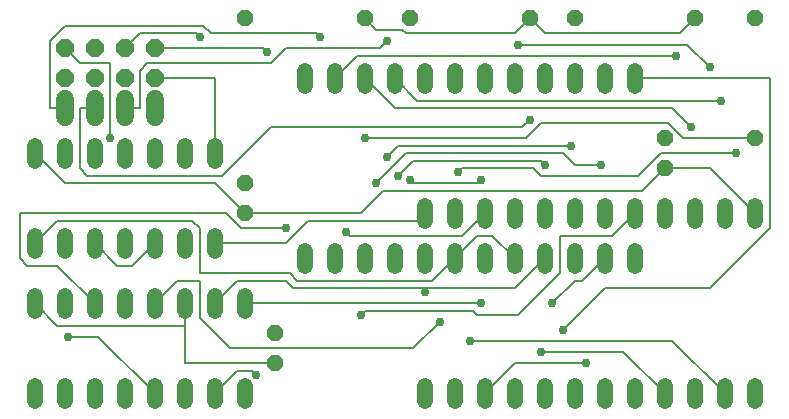
<source format=gbr>
G04 EAGLE Gerber RS-274X export*
G75*
%MOMM*%
%FSLAX34Y34*%
%LPD*%
%INBottom Copper*%
%IPPOS*%
%AMOC8*
5,1,8,0,0,1.08239X$1,22.5*%
G01*
%ADD10C,1.320800*%
%ADD11P,1.649562X8X202.500000*%
%ADD12C,1.524000*%
%ADD13P,1.429621X8X202.500000*%
%ADD14P,1.429621X8X292.500000*%
%ADD15C,0.152400*%
%ADD16C,0.756400*%


D10*
X533400Y298704D02*
X533400Y285496D01*
X508000Y285496D02*
X508000Y298704D01*
X381000Y298704D02*
X381000Y285496D01*
X355600Y285496D02*
X355600Y298704D01*
X482600Y298704D02*
X482600Y285496D01*
X457200Y285496D02*
X457200Y298704D01*
X406400Y298704D02*
X406400Y285496D01*
X431800Y285496D02*
X431800Y298704D01*
X330200Y298704D02*
X330200Y285496D01*
X304800Y285496D02*
X304800Y298704D01*
X279400Y298704D02*
X279400Y285496D01*
X254000Y285496D02*
X254000Y298704D01*
X254000Y146304D02*
X254000Y133096D01*
X279400Y133096D02*
X279400Y146304D01*
X304800Y146304D02*
X304800Y133096D01*
X330200Y133096D02*
X330200Y146304D01*
X355600Y146304D02*
X355600Y133096D01*
X381000Y133096D02*
X381000Y146304D01*
X406400Y146304D02*
X406400Y133096D01*
X431800Y133096D02*
X431800Y146304D01*
X457200Y146304D02*
X457200Y133096D01*
X482600Y133096D02*
X482600Y146304D01*
X508000Y146304D02*
X508000Y133096D01*
X533400Y133096D02*
X533400Y146304D01*
X635000Y171196D02*
X635000Y184404D01*
X609600Y184404D02*
X609600Y171196D01*
X584200Y171196D02*
X584200Y184404D01*
X558800Y184404D02*
X558800Y171196D01*
X533400Y171196D02*
X533400Y184404D01*
X508000Y184404D02*
X508000Y171196D01*
X482600Y171196D02*
X482600Y184404D01*
X457200Y184404D02*
X457200Y171196D01*
X431800Y171196D02*
X431800Y184404D01*
X406400Y184404D02*
X406400Y171196D01*
X381000Y171196D02*
X381000Y184404D01*
X355600Y184404D02*
X355600Y171196D01*
X355600Y32004D02*
X355600Y18796D01*
X381000Y18796D02*
X381000Y32004D01*
X406400Y32004D02*
X406400Y18796D01*
X431800Y18796D02*
X431800Y32004D01*
X457200Y32004D02*
X457200Y18796D01*
X482600Y18796D02*
X482600Y32004D01*
X508000Y32004D02*
X508000Y18796D01*
X533400Y18796D02*
X533400Y32004D01*
X558800Y32004D02*
X558800Y18796D01*
X584200Y18796D02*
X584200Y32004D01*
X609600Y32004D02*
X609600Y18796D01*
X635000Y18796D02*
X635000Y32004D01*
X203200Y94996D02*
X203200Y108204D01*
X177800Y108204D02*
X177800Y94996D01*
X50800Y94996D02*
X50800Y108204D01*
X25400Y108204D02*
X25400Y94996D01*
X152400Y94996D02*
X152400Y108204D01*
X127000Y108204D02*
X127000Y94996D01*
X76200Y94996D02*
X76200Y108204D01*
X101600Y108204D02*
X101600Y94996D01*
X25400Y32004D02*
X25400Y18796D01*
X50800Y18796D02*
X50800Y32004D01*
X76200Y32004D02*
X76200Y18796D01*
X101600Y18796D02*
X101600Y32004D01*
X127000Y32004D02*
X127000Y18796D01*
X152400Y18796D02*
X152400Y32004D01*
X177800Y32004D02*
X177800Y18796D01*
X203200Y18796D02*
X203200Y32004D01*
X177800Y221996D02*
X177800Y235204D01*
X152400Y235204D02*
X152400Y221996D01*
X25400Y221996D02*
X25400Y235204D01*
X25400Y159004D02*
X25400Y145796D01*
X127000Y221996D02*
X127000Y235204D01*
X101600Y235204D02*
X101600Y221996D01*
X50800Y221996D02*
X50800Y235204D01*
X76200Y235204D02*
X76200Y221996D01*
X50800Y159004D02*
X50800Y145796D01*
X76200Y145796D02*
X76200Y159004D01*
X101600Y159004D02*
X101600Y145796D01*
X127000Y145796D02*
X127000Y159004D01*
X152400Y159004D02*
X152400Y145796D01*
X177800Y145796D02*
X177800Y159004D01*
D11*
X127000Y317500D03*
X127000Y292100D03*
X101600Y317500D03*
X101600Y292100D03*
X76200Y317500D03*
X76200Y292100D03*
X50800Y317500D03*
X50800Y292100D03*
D12*
X127000Y274320D02*
X127000Y259080D01*
X101600Y259080D02*
X101600Y274320D01*
X76200Y274320D02*
X76200Y259080D01*
X50800Y259080D02*
X50800Y274320D01*
D13*
X304800Y342900D03*
X203200Y342900D03*
X444500Y342900D03*
X342900Y342900D03*
X584200Y342900D03*
X482600Y342900D03*
D14*
X635000Y342900D03*
X635000Y241300D03*
X228600Y76200D03*
X228600Y50800D03*
X203200Y203200D03*
X203200Y177800D03*
X558800Y241300D03*
X558800Y215900D03*
D15*
X152400Y82550D02*
X152400Y50800D01*
X152400Y82550D02*
X152400Y101600D01*
X152400Y50800D02*
X228600Y50800D01*
X596900Y215900D02*
X635000Y177800D01*
X596900Y215900D02*
X558800Y215900D01*
X203200Y177800D02*
X177800Y203200D01*
X50800Y203200D01*
X25400Y228600D01*
X539750Y196850D02*
X558800Y215900D01*
X539750Y196850D02*
X320675Y196850D01*
X301625Y177800D01*
X203200Y177800D01*
X152400Y82550D02*
X44450Y82550D01*
X25400Y101600D01*
X349250Y171450D02*
X355600Y177800D01*
X349250Y171450D02*
X257175Y171450D01*
X238125Y152400D01*
X177800Y152400D01*
X314325Y333375D02*
X304800Y342900D01*
X314325Y333375D02*
X336550Y333375D01*
X339725Y330200D01*
X431800Y330200D01*
X444500Y342900D01*
X457200Y330200D01*
X571500Y330200D01*
X584200Y342900D01*
X349250Y273050D02*
X330200Y292100D01*
X349250Y273050D02*
X606425Y273050D01*
D16*
X606425Y273050D03*
D15*
X330200Y266700D02*
X304800Y292100D01*
X330200Y266700D02*
X565150Y266700D01*
X581025Y250825D01*
D16*
X581025Y250825D03*
D15*
X298450Y311150D02*
X279400Y292100D01*
X298450Y311150D02*
X568325Y311150D01*
D16*
X568325Y311150D03*
D15*
X304800Y95250D02*
X301625Y92075D01*
X304800Y95250D02*
X396875Y95250D01*
X400050Y92075D01*
X434975Y92075D01*
X469900Y127000D01*
X469900Y158750D01*
X514350Y158750D01*
X533400Y177800D01*
D16*
X301625Y92075D03*
D15*
X314325Y203200D02*
X339725Y228600D01*
X473075Y228600D01*
X482600Y219075D01*
X504825Y219075D01*
D16*
X314325Y203200D03*
X504825Y219075D03*
D15*
X333375Y234950D02*
X323850Y225425D01*
X333375Y234950D02*
X479425Y234950D01*
D16*
X323850Y225425D03*
X479425Y234950D03*
D15*
X346075Y222250D02*
X333375Y209550D01*
X346075Y222250D02*
X454025Y222250D01*
X457200Y219075D01*
D16*
X333375Y209550D03*
X457200Y219075D03*
D15*
X346075Y203200D02*
X342900Y206375D01*
X346075Y203200D02*
X400050Y203200D01*
X403225Y206375D01*
D16*
X342900Y206375D03*
X403225Y206375D03*
D15*
X387350Y215900D02*
X384175Y212725D01*
X387350Y215900D02*
X447675Y215900D01*
X454025Y209550D01*
X536575Y209550D01*
X555625Y228600D01*
X619125Y228600D01*
D16*
X384175Y212725D03*
X619125Y228600D03*
D15*
X565150Y69850D02*
X609600Y25400D01*
X565150Y69850D02*
X393700Y69850D01*
D16*
X393700Y69850D03*
D15*
X596900Y301625D02*
X577850Y320675D01*
X434975Y320675D01*
D16*
X596900Y301625D03*
X434975Y320675D03*
D15*
X523875Y60325D02*
X558800Y25400D01*
X523875Y60325D02*
X454025Y60325D01*
D16*
X454025Y60325D03*
D15*
X463550Y101600D02*
X482600Y120650D01*
X488950Y120650D01*
X508000Y139700D01*
D16*
X463550Y101600D03*
D15*
X431800Y50800D02*
X406400Y25400D01*
X431800Y50800D02*
X492125Y50800D01*
D16*
X492125Y50800D03*
D15*
X403225Y101600D02*
X203200Y101600D01*
D16*
X403225Y101600D03*
D15*
X196850Y120650D02*
X177800Y101600D01*
X196850Y120650D02*
X238125Y120650D01*
X244475Y114300D01*
X355600Y114300D02*
X431800Y114300D01*
X355600Y114300D02*
X244475Y114300D01*
X431800Y114300D02*
X457200Y139700D01*
X355600Y114300D02*
X355600Y111125D01*
D16*
X355600Y111125D03*
D15*
X473075Y79375D02*
X508000Y114300D01*
X596900Y114300D01*
X647700Y165100D01*
X647700Y292100D01*
X533400Y292100D01*
D16*
X473075Y79375D03*
D15*
X76200Y101600D02*
X44450Y133350D01*
X19050Y133350D01*
X12700Y139700D01*
X12700Y177800D01*
X187325Y177800D01*
X200025Y165100D01*
X238125Y165100D01*
X288925Y161925D02*
X292100Y158750D01*
X387350Y158750D01*
X406400Y177800D01*
D16*
X238125Y165100D03*
X288925Y161925D03*
D15*
X368300Y85725D02*
X346075Y63500D01*
X190500Y63500D01*
X165100Y88900D01*
X165100Y120650D01*
X146050Y120650D01*
X127000Y101600D01*
D16*
X368300Y85725D03*
D15*
X381000Y139700D02*
X400050Y158750D01*
X412750Y158750D01*
X431800Y139700D01*
X44450Y171450D02*
X25400Y152400D01*
X44450Y171450D02*
X158750Y171450D01*
X165100Y165100D01*
X165100Y127000D01*
X241300Y127000D01*
X247650Y120650D01*
X361950Y120650D01*
X381000Y139700D01*
X127000Y152400D02*
X107950Y133350D01*
X95250Y133350D01*
X76200Y152400D01*
X196850Y44450D02*
X177800Y25400D01*
X196850Y44450D02*
X209550Y44450D01*
X212725Y41275D01*
X222250Y314325D02*
X219075Y317500D01*
X127000Y317500D01*
D16*
X212725Y41275D03*
X222250Y314325D03*
D15*
X165100Y327025D02*
X161925Y330200D01*
X114300Y330200D01*
X101600Y317500D01*
D16*
X165100Y327025D03*
D15*
X79375Y73025D02*
X127000Y25400D01*
X79375Y73025D02*
X53975Y73025D01*
D16*
X53975Y73025D03*
D15*
X88900Y241300D02*
X88900Y304800D01*
X63500Y304800D01*
X50800Y317500D01*
D16*
X88900Y241300D03*
D15*
X177800Y228600D02*
X177800Y292100D01*
X127000Y292100D01*
X317500Y317500D02*
X323850Y323850D01*
X317500Y317500D02*
X238125Y317500D01*
X225425Y304800D01*
X120650Y304800D01*
X114300Y298450D01*
X114300Y266700D01*
X101600Y266700D01*
D16*
X323850Y323850D03*
D15*
X438150Y250825D02*
X444500Y257175D01*
X438150Y250825D02*
X225425Y250825D01*
X184150Y209550D01*
X69850Y209550D01*
X63500Y215900D01*
X63500Y266700D01*
X76200Y266700D01*
D16*
X444500Y257175D03*
D15*
X574675Y241300D02*
X635000Y241300D01*
X574675Y241300D02*
X561975Y254000D01*
X454025Y254000D01*
X441325Y241300D01*
X304800Y241300D01*
X266700Y327025D02*
X263525Y330200D01*
X174625Y330200D01*
X168275Y336550D01*
X50800Y336550D01*
X38100Y323850D01*
X38100Y266700D01*
X50800Y266700D01*
D16*
X304800Y241300D03*
X266700Y327025D03*
M02*

</source>
